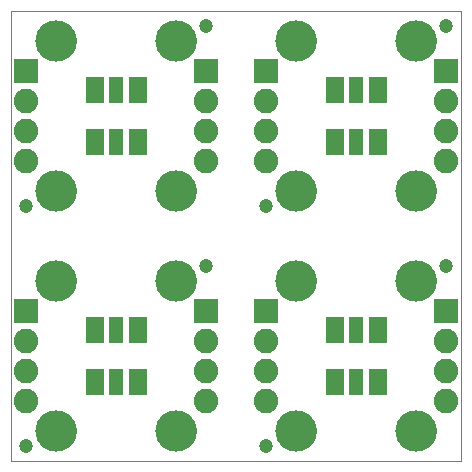
<source format=gbs>
G75*
G70*
%OFA0B0*%
%FSLAX24Y24*%
%IPPOS*%
%LPD*%
%AMOC8*
5,1,8,0,0,1.08239X$1,22.5*
%
%ADD10C,0.0000*%
%ADD11R,0.0631X0.0867*%
%ADD12R,0.0474X0.0867*%
%ADD13C,0.1380*%
%ADD14R,0.0820X0.0820*%
%ADD15C,0.0820*%
%ADD16C,0.0474*%
D10*
X013838Y004001D02*
X020838Y004001D01*
X021338Y004001D01*
X021838Y004001D01*
X028838Y004001D01*
X028838Y011001D01*
X028838Y011501D01*
X028838Y012001D01*
X028838Y019001D01*
X021838Y019001D01*
X021338Y019001D01*
X020838Y019001D01*
X013838Y019001D01*
X013838Y012001D01*
X013838Y011501D01*
X013838Y011001D01*
X013838Y004001D01*
X014688Y005001D02*
X014690Y005051D01*
X014696Y005101D01*
X014706Y005151D01*
X014719Y005199D01*
X014736Y005247D01*
X014757Y005293D01*
X014781Y005337D01*
X014809Y005379D01*
X014840Y005419D01*
X014874Y005456D01*
X014911Y005491D01*
X014950Y005522D01*
X014991Y005551D01*
X015035Y005576D01*
X015081Y005598D01*
X015128Y005616D01*
X015176Y005630D01*
X015225Y005641D01*
X015275Y005648D01*
X015325Y005651D01*
X015376Y005650D01*
X015426Y005645D01*
X015476Y005636D01*
X015524Y005624D01*
X015572Y005607D01*
X015618Y005587D01*
X015663Y005564D01*
X015706Y005537D01*
X015746Y005507D01*
X015784Y005474D01*
X015819Y005438D01*
X015852Y005399D01*
X015881Y005358D01*
X015907Y005315D01*
X015930Y005270D01*
X015949Y005223D01*
X015964Y005175D01*
X015976Y005126D01*
X015984Y005076D01*
X015988Y005026D01*
X015988Y004976D01*
X015984Y004926D01*
X015976Y004876D01*
X015964Y004827D01*
X015949Y004779D01*
X015930Y004732D01*
X015907Y004687D01*
X015881Y004644D01*
X015852Y004603D01*
X015819Y004564D01*
X015784Y004528D01*
X015746Y004495D01*
X015706Y004465D01*
X015663Y004438D01*
X015618Y004415D01*
X015572Y004395D01*
X015524Y004378D01*
X015476Y004366D01*
X015426Y004357D01*
X015376Y004352D01*
X015325Y004351D01*
X015275Y004354D01*
X015225Y004361D01*
X015176Y004372D01*
X015128Y004386D01*
X015081Y004404D01*
X015035Y004426D01*
X014991Y004451D01*
X014950Y004480D01*
X014911Y004511D01*
X014874Y004546D01*
X014840Y004583D01*
X014809Y004623D01*
X014781Y004665D01*
X014757Y004709D01*
X014736Y004755D01*
X014719Y004803D01*
X014706Y004851D01*
X014696Y004901D01*
X014690Y004951D01*
X014688Y005001D01*
X018688Y005001D02*
X018690Y005051D01*
X018696Y005101D01*
X018706Y005151D01*
X018719Y005199D01*
X018736Y005247D01*
X018757Y005293D01*
X018781Y005337D01*
X018809Y005379D01*
X018840Y005419D01*
X018874Y005456D01*
X018911Y005491D01*
X018950Y005522D01*
X018991Y005551D01*
X019035Y005576D01*
X019081Y005598D01*
X019128Y005616D01*
X019176Y005630D01*
X019225Y005641D01*
X019275Y005648D01*
X019325Y005651D01*
X019376Y005650D01*
X019426Y005645D01*
X019476Y005636D01*
X019524Y005624D01*
X019572Y005607D01*
X019618Y005587D01*
X019663Y005564D01*
X019706Y005537D01*
X019746Y005507D01*
X019784Y005474D01*
X019819Y005438D01*
X019852Y005399D01*
X019881Y005358D01*
X019907Y005315D01*
X019930Y005270D01*
X019949Y005223D01*
X019964Y005175D01*
X019976Y005126D01*
X019984Y005076D01*
X019988Y005026D01*
X019988Y004976D01*
X019984Y004926D01*
X019976Y004876D01*
X019964Y004827D01*
X019949Y004779D01*
X019930Y004732D01*
X019907Y004687D01*
X019881Y004644D01*
X019852Y004603D01*
X019819Y004564D01*
X019784Y004528D01*
X019746Y004495D01*
X019706Y004465D01*
X019663Y004438D01*
X019618Y004415D01*
X019572Y004395D01*
X019524Y004378D01*
X019476Y004366D01*
X019426Y004357D01*
X019376Y004352D01*
X019325Y004351D01*
X019275Y004354D01*
X019225Y004361D01*
X019176Y004372D01*
X019128Y004386D01*
X019081Y004404D01*
X019035Y004426D01*
X018991Y004451D01*
X018950Y004480D01*
X018911Y004511D01*
X018874Y004546D01*
X018840Y004583D01*
X018809Y004623D01*
X018781Y004665D01*
X018757Y004709D01*
X018736Y004755D01*
X018719Y004803D01*
X018706Y004851D01*
X018696Y004901D01*
X018690Y004951D01*
X018688Y005001D01*
X022688Y005001D02*
X022690Y005051D01*
X022696Y005101D01*
X022706Y005151D01*
X022719Y005199D01*
X022736Y005247D01*
X022757Y005293D01*
X022781Y005337D01*
X022809Y005379D01*
X022840Y005419D01*
X022874Y005456D01*
X022911Y005491D01*
X022950Y005522D01*
X022991Y005551D01*
X023035Y005576D01*
X023081Y005598D01*
X023128Y005616D01*
X023176Y005630D01*
X023225Y005641D01*
X023275Y005648D01*
X023325Y005651D01*
X023376Y005650D01*
X023426Y005645D01*
X023476Y005636D01*
X023524Y005624D01*
X023572Y005607D01*
X023618Y005587D01*
X023663Y005564D01*
X023706Y005537D01*
X023746Y005507D01*
X023784Y005474D01*
X023819Y005438D01*
X023852Y005399D01*
X023881Y005358D01*
X023907Y005315D01*
X023930Y005270D01*
X023949Y005223D01*
X023964Y005175D01*
X023976Y005126D01*
X023984Y005076D01*
X023988Y005026D01*
X023988Y004976D01*
X023984Y004926D01*
X023976Y004876D01*
X023964Y004827D01*
X023949Y004779D01*
X023930Y004732D01*
X023907Y004687D01*
X023881Y004644D01*
X023852Y004603D01*
X023819Y004564D01*
X023784Y004528D01*
X023746Y004495D01*
X023706Y004465D01*
X023663Y004438D01*
X023618Y004415D01*
X023572Y004395D01*
X023524Y004378D01*
X023476Y004366D01*
X023426Y004357D01*
X023376Y004352D01*
X023325Y004351D01*
X023275Y004354D01*
X023225Y004361D01*
X023176Y004372D01*
X023128Y004386D01*
X023081Y004404D01*
X023035Y004426D01*
X022991Y004451D01*
X022950Y004480D01*
X022911Y004511D01*
X022874Y004546D01*
X022840Y004583D01*
X022809Y004623D01*
X022781Y004665D01*
X022757Y004709D01*
X022736Y004755D01*
X022719Y004803D01*
X022706Y004851D01*
X022696Y004901D01*
X022690Y004951D01*
X022688Y005001D01*
X026688Y005001D02*
X026690Y005051D01*
X026696Y005101D01*
X026706Y005151D01*
X026719Y005199D01*
X026736Y005247D01*
X026757Y005293D01*
X026781Y005337D01*
X026809Y005379D01*
X026840Y005419D01*
X026874Y005456D01*
X026911Y005491D01*
X026950Y005522D01*
X026991Y005551D01*
X027035Y005576D01*
X027081Y005598D01*
X027128Y005616D01*
X027176Y005630D01*
X027225Y005641D01*
X027275Y005648D01*
X027325Y005651D01*
X027376Y005650D01*
X027426Y005645D01*
X027476Y005636D01*
X027524Y005624D01*
X027572Y005607D01*
X027618Y005587D01*
X027663Y005564D01*
X027706Y005537D01*
X027746Y005507D01*
X027784Y005474D01*
X027819Y005438D01*
X027852Y005399D01*
X027881Y005358D01*
X027907Y005315D01*
X027930Y005270D01*
X027949Y005223D01*
X027964Y005175D01*
X027976Y005126D01*
X027984Y005076D01*
X027988Y005026D01*
X027988Y004976D01*
X027984Y004926D01*
X027976Y004876D01*
X027964Y004827D01*
X027949Y004779D01*
X027930Y004732D01*
X027907Y004687D01*
X027881Y004644D01*
X027852Y004603D01*
X027819Y004564D01*
X027784Y004528D01*
X027746Y004495D01*
X027706Y004465D01*
X027663Y004438D01*
X027618Y004415D01*
X027572Y004395D01*
X027524Y004378D01*
X027476Y004366D01*
X027426Y004357D01*
X027376Y004352D01*
X027325Y004351D01*
X027275Y004354D01*
X027225Y004361D01*
X027176Y004372D01*
X027128Y004386D01*
X027081Y004404D01*
X027035Y004426D01*
X026991Y004451D01*
X026950Y004480D01*
X026911Y004511D01*
X026874Y004546D01*
X026840Y004583D01*
X026809Y004623D01*
X026781Y004665D01*
X026757Y004709D01*
X026736Y004755D01*
X026719Y004803D01*
X026706Y004851D01*
X026696Y004901D01*
X026690Y004951D01*
X026688Y005001D01*
X026688Y010001D02*
X026690Y010051D01*
X026696Y010101D01*
X026706Y010151D01*
X026719Y010199D01*
X026736Y010247D01*
X026757Y010293D01*
X026781Y010337D01*
X026809Y010379D01*
X026840Y010419D01*
X026874Y010456D01*
X026911Y010491D01*
X026950Y010522D01*
X026991Y010551D01*
X027035Y010576D01*
X027081Y010598D01*
X027128Y010616D01*
X027176Y010630D01*
X027225Y010641D01*
X027275Y010648D01*
X027325Y010651D01*
X027376Y010650D01*
X027426Y010645D01*
X027476Y010636D01*
X027524Y010624D01*
X027572Y010607D01*
X027618Y010587D01*
X027663Y010564D01*
X027706Y010537D01*
X027746Y010507D01*
X027784Y010474D01*
X027819Y010438D01*
X027852Y010399D01*
X027881Y010358D01*
X027907Y010315D01*
X027930Y010270D01*
X027949Y010223D01*
X027964Y010175D01*
X027976Y010126D01*
X027984Y010076D01*
X027988Y010026D01*
X027988Y009976D01*
X027984Y009926D01*
X027976Y009876D01*
X027964Y009827D01*
X027949Y009779D01*
X027930Y009732D01*
X027907Y009687D01*
X027881Y009644D01*
X027852Y009603D01*
X027819Y009564D01*
X027784Y009528D01*
X027746Y009495D01*
X027706Y009465D01*
X027663Y009438D01*
X027618Y009415D01*
X027572Y009395D01*
X027524Y009378D01*
X027476Y009366D01*
X027426Y009357D01*
X027376Y009352D01*
X027325Y009351D01*
X027275Y009354D01*
X027225Y009361D01*
X027176Y009372D01*
X027128Y009386D01*
X027081Y009404D01*
X027035Y009426D01*
X026991Y009451D01*
X026950Y009480D01*
X026911Y009511D01*
X026874Y009546D01*
X026840Y009583D01*
X026809Y009623D01*
X026781Y009665D01*
X026757Y009709D01*
X026736Y009755D01*
X026719Y009803D01*
X026706Y009851D01*
X026696Y009901D01*
X026690Y009951D01*
X026688Y010001D01*
X022688Y010001D02*
X022690Y010051D01*
X022696Y010101D01*
X022706Y010151D01*
X022719Y010199D01*
X022736Y010247D01*
X022757Y010293D01*
X022781Y010337D01*
X022809Y010379D01*
X022840Y010419D01*
X022874Y010456D01*
X022911Y010491D01*
X022950Y010522D01*
X022991Y010551D01*
X023035Y010576D01*
X023081Y010598D01*
X023128Y010616D01*
X023176Y010630D01*
X023225Y010641D01*
X023275Y010648D01*
X023325Y010651D01*
X023376Y010650D01*
X023426Y010645D01*
X023476Y010636D01*
X023524Y010624D01*
X023572Y010607D01*
X023618Y010587D01*
X023663Y010564D01*
X023706Y010537D01*
X023746Y010507D01*
X023784Y010474D01*
X023819Y010438D01*
X023852Y010399D01*
X023881Y010358D01*
X023907Y010315D01*
X023930Y010270D01*
X023949Y010223D01*
X023964Y010175D01*
X023976Y010126D01*
X023984Y010076D01*
X023988Y010026D01*
X023988Y009976D01*
X023984Y009926D01*
X023976Y009876D01*
X023964Y009827D01*
X023949Y009779D01*
X023930Y009732D01*
X023907Y009687D01*
X023881Y009644D01*
X023852Y009603D01*
X023819Y009564D01*
X023784Y009528D01*
X023746Y009495D01*
X023706Y009465D01*
X023663Y009438D01*
X023618Y009415D01*
X023572Y009395D01*
X023524Y009378D01*
X023476Y009366D01*
X023426Y009357D01*
X023376Y009352D01*
X023325Y009351D01*
X023275Y009354D01*
X023225Y009361D01*
X023176Y009372D01*
X023128Y009386D01*
X023081Y009404D01*
X023035Y009426D01*
X022991Y009451D01*
X022950Y009480D01*
X022911Y009511D01*
X022874Y009546D01*
X022840Y009583D01*
X022809Y009623D01*
X022781Y009665D01*
X022757Y009709D01*
X022736Y009755D01*
X022719Y009803D01*
X022706Y009851D01*
X022696Y009901D01*
X022690Y009951D01*
X022688Y010001D01*
X018688Y010001D02*
X018690Y010051D01*
X018696Y010101D01*
X018706Y010151D01*
X018719Y010199D01*
X018736Y010247D01*
X018757Y010293D01*
X018781Y010337D01*
X018809Y010379D01*
X018840Y010419D01*
X018874Y010456D01*
X018911Y010491D01*
X018950Y010522D01*
X018991Y010551D01*
X019035Y010576D01*
X019081Y010598D01*
X019128Y010616D01*
X019176Y010630D01*
X019225Y010641D01*
X019275Y010648D01*
X019325Y010651D01*
X019376Y010650D01*
X019426Y010645D01*
X019476Y010636D01*
X019524Y010624D01*
X019572Y010607D01*
X019618Y010587D01*
X019663Y010564D01*
X019706Y010537D01*
X019746Y010507D01*
X019784Y010474D01*
X019819Y010438D01*
X019852Y010399D01*
X019881Y010358D01*
X019907Y010315D01*
X019930Y010270D01*
X019949Y010223D01*
X019964Y010175D01*
X019976Y010126D01*
X019984Y010076D01*
X019988Y010026D01*
X019988Y009976D01*
X019984Y009926D01*
X019976Y009876D01*
X019964Y009827D01*
X019949Y009779D01*
X019930Y009732D01*
X019907Y009687D01*
X019881Y009644D01*
X019852Y009603D01*
X019819Y009564D01*
X019784Y009528D01*
X019746Y009495D01*
X019706Y009465D01*
X019663Y009438D01*
X019618Y009415D01*
X019572Y009395D01*
X019524Y009378D01*
X019476Y009366D01*
X019426Y009357D01*
X019376Y009352D01*
X019325Y009351D01*
X019275Y009354D01*
X019225Y009361D01*
X019176Y009372D01*
X019128Y009386D01*
X019081Y009404D01*
X019035Y009426D01*
X018991Y009451D01*
X018950Y009480D01*
X018911Y009511D01*
X018874Y009546D01*
X018840Y009583D01*
X018809Y009623D01*
X018781Y009665D01*
X018757Y009709D01*
X018736Y009755D01*
X018719Y009803D01*
X018706Y009851D01*
X018696Y009901D01*
X018690Y009951D01*
X018688Y010001D01*
X014688Y010001D02*
X014690Y010051D01*
X014696Y010101D01*
X014706Y010151D01*
X014719Y010199D01*
X014736Y010247D01*
X014757Y010293D01*
X014781Y010337D01*
X014809Y010379D01*
X014840Y010419D01*
X014874Y010456D01*
X014911Y010491D01*
X014950Y010522D01*
X014991Y010551D01*
X015035Y010576D01*
X015081Y010598D01*
X015128Y010616D01*
X015176Y010630D01*
X015225Y010641D01*
X015275Y010648D01*
X015325Y010651D01*
X015376Y010650D01*
X015426Y010645D01*
X015476Y010636D01*
X015524Y010624D01*
X015572Y010607D01*
X015618Y010587D01*
X015663Y010564D01*
X015706Y010537D01*
X015746Y010507D01*
X015784Y010474D01*
X015819Y010438D01*
X015852Y010399D01*
X015881Y010358D01*
X015907Y010315D01*
X015930Y010270D01*
X015949Y010223D01*
X015964Y010175D01*
X015976Y010126D01*
X015984Y010076D01*
X015988Y010026D01*
X015988Y009976D01*
X015984Y009926D01*
X015976Y009876D01*
X015964Y009827D01*
X015949Y009779D01*
X015930Y009732D01*
X015907Y009687D01*
X015881Y009644D01*
X015852Y009603D01*
X015819Y009564D01*
X015784Y009528D01*
X015746Y009495D01*
X015706Y009465D01*
X015663Y009438D01*
X015618Y009415D01*
X015572Y009395D01*
X015524Y009378D01*
X015476Y009366D01*
X015426Y009357D01*
X015376Y009352D01*
X015325Y009351D01*
X015275Y009354D01*
X015225Y009361D01*
X015176Y009372D01*
X015128Y009386D01*
X015081Y009404D01*
X015035Y009426D01*
X014991Y009451D01*
X014950Y009480D01*
X014911Y009511D01*
X014874Y009546D01*
X014840Y009583D01*
X014809Y009623D01*
X014781Y009665D01*
X014757Y009709D01*
X014736Y009755D01*
X014719Y009803D01*
X014706Y009851D01*
X014696Y009901D01*
X014690Y009951D01*
X014688Y010001D01*
X014688Y013001D02*
X014690Y013051D01*
X014696Y013101D01*
X014706Y013151D01*
X014719Y013199D01*
X014736Y013247D01*
X014757Y013293D01*
X014781Y013337D01*
X014809Y013379D01*
X014840Y013419D01*
X014874Y013456D01*
X014911Y013491D01*
X014950Y013522D01*
X014991Y013551D01*
X015035Y013576D01*
X015081Y013598D01*
X015128Y013616D01*
X015176Y013630D01*
X015225Y013641D01*
X015275Y013648D01*
X015325Y013651D01*
X015376Y013650D01*
X015426Y013645D01*
X015476Y013636D01*
X015524Y013624D01*
X015572Y013607D01*
X015618Y013587D01*
X015663Y013564D01*
X015706Y013537D01*
X015746Y013507D01*
X015784Y013474D01*
X015819Y013438D01*
X015852Y013399D01*
X015881Y013358D01*
X015907Y013315D01*
X015930Y013270D01*
X015949Y013223D01*
X015964Y013175D01*
X015976Y013126D01*
X015984Y013076D01*
X015988Y013026D01*
X015988Y012976D01*
X015984Y012926D01*
X015976Y012876D01*
X015964Y012827D01*
X015949Y012779D01*
X015930Y012732D01*
X015907Y012687D01*
X015881Y012644D01*
X015852Y012603D01*
X015819Y012564D01*
X015784Y012528D01*
X015746Y012495D01*
X015706Y012465D01*
X015663Y012438D01*
X015618Y012415D01*
X015572Y012395D01*
X015524Y012378D01*
X015476Y012366D01*
X015426Y012357D01*
X015376Y012352D01*
X015325Y012351D01*
X015275Y012354D01*
X015225Y012361D01*
X015176Y012372D01*
X015128Y012386D01*
X015081Y012404D01*
X015035Y012426D01*
X014991Y012451D01*
X014950Y012480D01*
X014911Y012511D01*
X014874Y012546D01*
X014840Y012583D01*
X014809Y012623D01*
X014781Y012665D01*
X014757Y012709D01*
X014736Y012755D01*
X014719Y012803D01*
X014706Y012851D01*
X014696Y012901D01*
X014690Y012951D01*
X014688Y013001D01*
X018688Y013001D02*
X018690Y013051D01*
X018696Y013101D01*
X018706Y013151D01*
X018719Y013199D01*
X018736Y013247D01*
X018757Y013293D01*
X018781Y013337D01*
X018809Y013379D01*
X018840Y013419D01*
X018874Y013456D01*
X018911Y013491D01*
X018950Y013522D01*
X018991Y013551D01*
X019035Y013576D01*
X019081Y013598D01*
X019128Y013616D01*
X019176Y013630D01*
X019225Y013641D01*
X019275Y013648D01*
X019325Y013651D01*
X019376Y013650D01*
X019426Y013645D01*
X019476Y013636D01*
X019524Y013624D01*
X019572Y013607D01*
X019618Y013587D01*
X019663Y013564D01*
X019706Y013537D01*
X019746Y013507D01*
X019784Y013474D01*
X019819Y013438D01*
X019852Y013399D01*
X019881Y013358D01*
X019907Y013315D01*
X019930Y013270D01*
X019949Y013223D01*
X019964Y013175D01*
X019976Y013126D01*
X019984Y013076D01*
X019988Y013026D01*
X019988Y012976D01*
X019984Y012926D01*
X019976Y012876D01*
X019964Y012827D01*
X019949Y012779D01*
X019930Y012732D01*
X019907Y012687D01*
X019881Y012644D01*
X019852Y012603D01*
X019819Y012564D01*
X019784Y012528D01*
X019746Y012495D01*
X019706Y012465D01*
X019663Y012438D01*
X019618Y012415D01*
X019572Y012395D01*
X019524Y012378D01*
X019476Y012366D01*
X019426Y012357D01*
X019376Y012352D01*
X019325Y012351D01*
X019275Y012354D01*
X019225Y012361D01*
X019176Y012372D01*
X019128Y012386D01*
X019081Y012404D01*
X019035Y012426D01*
X018991Y012451D01*
X018950Y012480D01*
X018911Y012511D01*
X018874Y012546D01*
X018840Y012583D01*
X018809Y012623D01*
X018781Y012665D01*
X018757Y012709D01*
X018736Y012755D01*
X018719Y012803D01*
X018706Y012851D01*
X018696Y012901D01*
X018690Y012951D01*
X018688Y013001D01*
X022688Y013001D02*
X022690Y013051D01*
X022696Y013101D01*
X022706Y013151D01*
X022719Y013199D01*
X022736Y013247D01*
X022757Y013293D01*
X022781Y013337D01*
X022809Y013379D01*
X022840Y013419D01*
X022874Y013456D01*
X022911Y013491D01*
X022950Y013522D01*
X022991Y013551D01*
X023035Y013576D01*
X023081Y013598D01*
X023128Y013616D01*
X023176Y013630D01*
X023225Y013641D01*
X023275Y013648D01*
X023325Y013651D01*
X023376Y013650D01*
X023426Y013645D01*
X023476Y013636D01*
X023524Y013624D01*
X023572Y013607D01*
X023618Y013587D01*
X023663Y013564D01*
X023706Y013537D01*
X023746Y013507D01*
X023784Y013474D01*
X023819Y013438D01*
X023852Y013399D01*
X023881Y013358D01*
X023907Y013315D01*
X023930Y013270D01*
X023949Y013223D01*
X023964Y013175D01*
X023976Y013126D01*
X023984Y013076D01*
X023988Y013026D01*
X023988Y012976D01*
X023984Y012926D01*
X023976Y012876D01*
X023964Y012827D01*
X023949Y012779D01*
X023930Y012732D01*
X023907Y012687D01*
X023881Y012644D01*
X023852Y012603D01*
X023819Y012564D01*
X023784Y012528D01*
X023746Y012495D01*
X023706Y012465D01*
X023663Y012438D01*
X023618Y012415D01*
X023572Y012395D01*
X023524Y012378D01*
X023476Y012366D01*
X023426Y012357D01*
X023376Y012352D01*
X023325Y012351D01*
X023275Y012354D01*
X023225Y012361D01*
X023176Y012372D01*
X023128Y012386D01*
X023081Y012404D01*
X023035Y012426D01*
X022991Y012451D01*
X022950Y012480D01*
X022911Y012511D01*
X022874Y012546D01*
X022840Y012583D01*
X022809Y012623D01*
X022781Y012665D01*
X022757Y012709D01*
X022736Y012755D01*
X022719Y012803D01*
X022706Y012851D01*
X022696Y012901D01*
X022690Y012951D01*
X022688Y013001D01*
X026688Y013001D02*
X026690Y013051D01*
X026696Y013101D01*
X026706Y013151D01*
X026719Y013199D01*
X026736Y013247D01*
X026757Y013293D01*
X026781Y013337D01*
X026809Y013379D01*
X026840Y013419D01*
X026874Y013456D01*
X026911Y013491D01*
X026950Y013522D01*
X026991Y013551D01*
X027035Y013576D01*
X027081Y013598D01*
X027128Y013616D01*
X027176Y013630D01*
X027225Y013641D01*
X027275Y013648D01*
X027325Y013651D01*
X027376Y013650D01*
X027426Y013645D01*
X027476Y013636D01*
X027524Y013624D01*
X027572Y013607D01*
X027618Y013587D01*
X027663Y013564D01*
X027706Y013537D01*
X027746Y013507D01*
X027784Y013474D01*
X027819Y013438D01*
X027852Y013399D01*
X027881Y013358D01*
X027907Y013315D01*
X027930Y013270D01*
X027949Y013223D01*
X027964Y013175D01*
X027976Y013126D01*
X027984Y013076D01*
X027988Y013026D01*
X027988Y012976D01*
X027984Y012926D01*
X027976Y012876D01*
X027964Y012827D01*
X027949Y012779D01*
X027930Y012732D01*
X027907Y012687D01*
X027881Y012644D01*
X027852Y012603D01*
X027819Y012564D01*
X027784Y012528D01*
X027746Y012495D01*
X027706Y012465D01*
X027663Y012438D01*
X027618Y012415D01*
X027572Y012395D01*
X027524Y012378D01*
X027476Y012366D01*
X027426Y012357D01*
X027376Y012352D01*
X027325Y012351D01*
X027275Y012354D01*
X027225Y012361D01*
X027176Y012372D01*
X027128Y012386D01*
X027081Y012404D01*
X027035Y012426D01*
X026991Y012451D01*
X026950Y012480D01*
X026911Y012511D01*
X026874Y012546D01*
X026840Y012583D01*
X026809Y012623D01*
X026781Y012665D01*
X026757Y012709D01*
X026736Y012755D01*
X026719Y012803D01*
X026706Y012851D01*
X026696Y012901D01*
X026690Y012951D01*
X026688Y013001D01*
X026688Y018001D02*
X026690Y018051D01*
X026696Y018101D01*
X026706Y018151D01*
X026719Y018199D01*
X026736Y018247D01*
X026757Y018293D01*
X026781Y018337D01*
X026809Y018379D01*
X026840Y018419D01*
X026874Y018456D01*
X026911Y018491D01*
X026950Y018522D01*
X026991Y018551D01*
X027035Y018576D01*
X027081Y018598D01*
X027128Y018616D01*
X027176Y018630D01*
X027225Y018641D01*
X027275Y018648D01*
X027325Y018651D01*
X027376Y018650D01*
X027426Y018645D01*
X027476Y018636D01*
X027524Y018624D01*
X027572Y018607D01*
X027618Y018587D01*
X027663Y018564D01*
X027706Y018537D01*
X027746Y018507D01*
X027784Y018474D01*
X027819Y018438D01*
X027852Y018399D01*
X027881Y018358D01*
X027907Y018315D01*
X027930Y018270D01*
X027949Y018223D01*
X027964Y018175D01*
X027976Y018126D01*
X027984Y018076D01*
X027988Y018026D01*
X027988Y017976D01*
X027984Y017926D01*
X027976Y017876D01*
X027964Y017827D01*
X027949Y017779D01*
X027930Y017732D01*
X027907Y017687D01*
X027881Y017644D01*
X027852Y017603D01*
X027819Y017564D01*
X027784Y017528D01*
X027746Y017495D01*
X027706Y017465D01*
X027663Y017438D01*
X027618Y017415D01*
X027572Y017395D01*
X027524Y017378D01*
X027476Y017366D01*
X027426Y017357D01*
X027376Y017352D01*
X027325Y017351D01*
X027275Y017354D01*
X027225Y017361D01*
X027176Y017372D01*
X027128Y017386D01*
X027081Y017404D01*
X027035Y017426D01*
X026991Y017451D01*
X026950Y017480D01*
X026911Y017511D01*
X026874Y017546D01*
X026840Y017583D01*
X026809Y017623D01*
X026781Y017665D01*
X026757Y017709D01*
X026736Y017755D01*
X026719Y017803D01*
X026706Y017851D01*
X026696Y017901D01*
X026690Y017951D01*
X026688Y018001D01*
X022688Y018001D02*
X022690Y018051D01*
X022696Y018101D01*
X022706Y018151D01*
X022719Y018199D01*
X022736Y018247D01*
X022757Y018293D01*
X022781Y018337D01*
X022809Y018379D01*
X022840Y018419D01*
X022874Y018456D01*
X022911Y018491D01*
X022950Y018522D01*
X022991Y018551D01*
X023035Y018576D01*
X023081Y018598D01*
X023128Y018616D01*
X023176Y018630D01*
X023225Y018641D01*
X023275Y018648D01*
X023325Y018651D01*
X023376Y018650D01*
X023426Y018645D01*
X023476Y018636D01*
X023524Y018624D01*
X023572Y018607D01*
X023618Y018587D01*
X023663Y018564D01*
X023706Y018537D01*
X023746Y018507D01*
X023784Y018474D01*
X023819Y018438D01*
X023852Y018399D01*
X023881Y018358D01*
X023907Y018315D01*
X023930Y018270D01*
X023949Y018223D01*
X023964Y018175D01*
X023976Y018126D01*
X023984Y018076D01*
X023988Y018026D01*
X023988Y017976D01*
X023984Y017926D01*
X023976Y017876D01*
X023964Y017827D01*
X023949Y017779D01*
X023930Y017732D01*
X023907Y017687D01*
X023881Y017644D01*
X023852Y017603D01*
X023819Y017564D01*
X023784Y017528D01*
X023746Y017495D01*
X023706Y017465D01*
X023663Y017438D01*
X023618Y017415D01*
X023572Y017395D01*
X023524Y017378D01*
X023476Y017366D01*
X023426Y017357D01*
X023376Y017352D01*
X023325Y017351D01*
X023275Y017354D01*
X023225Y017361D01*
X023176Y017372D01*
X023128Y017386D01*
X023081Y017404D01*
X023035Y017426D01*
X022991Y017451D01*
X022950Y017480D01*
X022911Y017511D01*
X022874Y017546D01*
X022840Y017583D01*
X022809Y017623D01*
X022781Y017665D01*
X022757Y017709D01*
X022736Y017755D01*
X022719Y017803D01*
X022706Y017851D01*
X022696Y017901D01*
X022690Y017951D01*
X022688Y018001D01*
X018688Y018001D02*
X018690Y018051D01*
X018696Y018101D01*
X018706Y018151D01*
X018719Y018199D01*
X018736Y018247D01*
X018757Y018293D01*
X018781Y018337D01*
X018809Y018379D01*
X018840Y018419D01*
X018874Y018456D01*
X018911Y018491D01*
X018950Y018522D01*
X018991Y018551D01*
X019035Y018576D01*
X019081Y018598D01*
X019128Y018616D01*
X019176Y018630D01*
X019225Y018641D01*
X019275Y018648D01*
X019325Y018651D01*
X019376Y018650D01*
X019426Y018645D01*
X019476Y018636D01*
X019524Y018624D01*
X019572Y018607D01*
X019618Y018587D01*
X019663Y018564D01*
X019706Y018537D01*
X019746Y018507D01*
X019784Y018474D01*
X019819Y018438D01*
X019852Y018399D01*
X019881Y018358D01*
X019907Y018315D01*
X019930Y018270D01*
X019949Y018223D01*
X019964Y018175D01*
X019976Y018126D01*
X019984Y018076D01*
X019988Y018026D01*
X019988Y017976D01*
X019984Y017926D01*
X019976Y017876D01*
X019964Y017827D01*
X019949Y017779D01*
X019930Y017732D01*
X019907Y017687D01*
X019881Y017644D01*
X019852Y017603D01*
X019819Y017564D01*
X019784Y017528D01*
X019746Y017495D01*
X019706Y017465D01*
X019663Y017438D01*
X019618Y017415D01*
X019572Y017395D01*
X019524Y017378D01*
X019476Y017366D01*
X019426Y017357D01*
X019376Y017352D01*
X019325Y017351D01*
X019275Y017354D01*
X019225Y017361D01*
X019176Y017372D01*
X019128Y017386D01*
X019081Y017404D01*
X019035Y017426D01*
X018991Y017451D01*
X018950Y017480D01*
X018911Y017511D01*
X018874Y017546D01*
X018840Y017583D01*
X018809Y017623D01*
X018781Y017665D01*
X018757Y017709D01*
X018736Y017755D01*
X018719Y017803D01*
X018706Y017851D01*
X018696Y017901D01*
X018690Y017951D01*
X018688Y018001D01*
X014688Y018001D02*
X014690Y018051D01*
X014696Y018101D01*
X014706Y018151D01*
X014719Y018199D01*
X014736Y018247D01*
X014757Y018293D01*
X014781Y018337D01*
X014809Y018379D01*
X014840Y018419D01*
X014874Y018456D01*
X014911Y018491D01*
X014950Y018522D01*
X014991Y018551D01*
X015035Y018576D01*
X015081Y018598D01*
X015128Y018616D01*
X015176Y018630D01*
X015225Y018641D01*
X015275Y018648D01*
X015325Y018651D01*
X015376Y018650D01*
X015426Y018645D01*
X015476Y018636D01*
X015524Y018624D01*
X015572Y018607D01*
X015618Y018587D01*
X015663Y018564D01*
X015706Y018537D01*
X015746Y018507D01*
X015784Y018474D01*
X015819Y018438D01*
X015852Y018399D01*
X015881Y018358D01*
X015907Y018315D01*
X015930Y018270D01*
X015949Y018223D01*
X015964Y018175D01*
X015976Y018126D01*
X015984Y018076D01*
X015988Y018026D01*
X015988Y017976D01*
X015984Y017926D01*
X015976Y017876D01*
X015964Y017827D01*
X015949Y017779D01*
X015930Y017732D01*
X015907Y017687D01*
X015881Y017644D01*
X015852Y017603D01*
X015819Y017564D01*
X015784Y017528D01*
X015746Y017495D01*
X015706Y017465D01*
X015663Y017438D01*
X015618Y017415D01*
X015572Y017395D01*
X015524Y017378D01*
X015476Y017366D01*
X015426Y017357D01*
X015376Y017352D01*
X015325Y017351D01*
X015275Y017354D01*
X015225Y017361D01*
X015176Y017372D01*
X015128Y017386D01*
X015081Y017404D01*
X015035Y017426D01*
X014991Y017451D01*
X014950Y017480D01*
X014911Y017511D01*
X014874Y017546D01*
X014840Y017583D01*
X014809Y017623D01*
X014781Y017665D01*
X014757Y017709D01*
X014736Y017755D01*
X014719Y017803D01*
X014706Y017851D01*
X014696Y017901D01*
X014690Y017951D01*
X014688Y018001D01*
D11*
X016629Y016367D03*
X018047Y016367D03*
X018047Y014635D03*
X016629Y014635D03*
X024629Y014635D03*
X026047Y014635D03*
X026047Y016367D03*
X024629Y016367D03*
X024629Y008367D03*
X026047Y008367D03*
X026047Y006635D03*
X024629Y006635D03*
X018047Y006635D03*
X016629Y006635D03*
X016629Y008367D03*
X018047Y008367D03*
D12*
X017338Y008367D03*
X017338Y006635D03*
X025338Y006635D03*
X025338Y008367D03*
X025338Y014635D03*
X025338Y016367D03*
X017338Y016367D03*
X017338Y014635D03*
D13*
X015338Y013001D03*
X019338Y013001D03*
X023338Y013001D03*
X027338Y013001D03*
X027338Y010001D03*
X023338Y010001D03*
X019338Y010001D03*
X015338Y010001D03*
X015338Y005001D03*
X019338Y005001D03*
X023338Y005001D03*
X027338Y005001D03*
X027338Y018001D03*
X023338Y018001D03*
X019338Y018001D03*
X015338Y018001D03*
D14*
X014338Y017001D03*
X020338Y017001D03*
X022338Y017001D03*
X028338Y017001D03*
X028338Y009001D03*
X022338Y009001D03*
X020338Y009001D03*
X014338Y009001D03*
D15*
X014338Y008001D03*
X014338Y007001D03*
X014338Y006001D03*
X020338Y006001D03*
X022338Y006001D03*
X022338Y007001D03*
X020338Y007001D03*
X020338Y008001D03*
X022338Y008001D03*
X028338Y008001D03*
X028338Y007001D03*
X028338Y006001D03*
X028338Y014001D03*
X028338Y015001D03*
X028338Y016001D03*
X022338Y016001D03*
X020338Y016001D03*
X020338Y015001D03*
X022338Y015001D03*
X022338Y014001D03*
X020338Y014001D03*
X014338Y014001D03*
X014338Y015001D03*
X014338Y016001D03*
D16*
X020338Y018501D03*
X028338Y018501D03*
X022338Y012501D03*
X020338Y010501D03*
X014338Y012501D03*
X028338Y010501D03*
X022338Y004501D03*
X014338Y004501D03*
M02*

</source>
